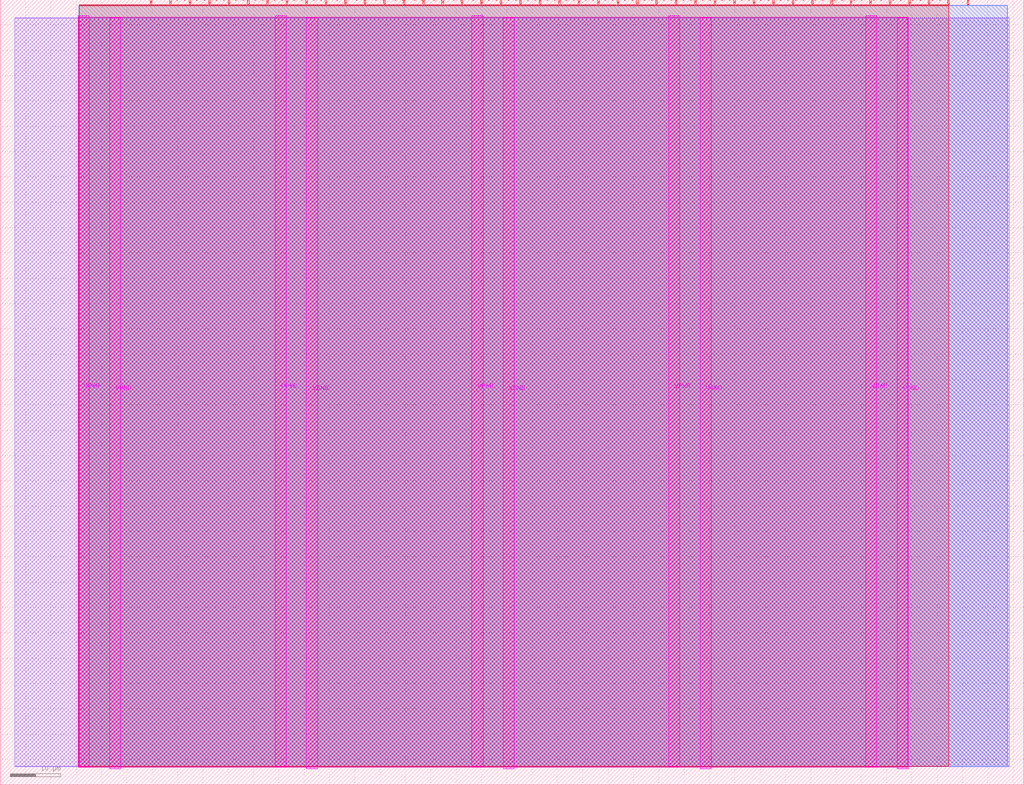
<source format=lef>
VERSION 5.7 ;
  NOWIREEXTENSIONATPIN ON ;
  DIVIDERCHAR "/" ;
  BUSBITCHARS "[]" ;
MACRO tt_um_wokwi_456574262189506561
  CLASS BLOCK ;
  FOREIGN tt_um_wokwi_456574262189506561 ;
  ORIGIN 0.000 0.000 ;
  SIZE 202.080 BY 154.980 ;
  PIN VGND
    DIRECTION INOUT ;
    USE GROUND ;
    PORT
      LAYER TopMetal1 ;
        RECT 21.580 3.150 23.780 151.420 ;
    END
    PORT
      LAYER TopMetal1 ;
        RECT 60.450 3.150 62.650 151.420 ;
    END
    PORT
      LAYER TopMetal1 ;
        RECT 99.320 3.150 101.520 151.420 ;
    END
    PORT
      LAYER TopMetal1 ;
        RECT 138.190 3.150 140.390 151.420 ;
    END
    PORT
      LAYER TopMetal1 ;
        RECT 177.060 3.150 179.260 151.420 ;
    END
  END VGND
  PIN VPWR
    DIRECTION INOUT ;
    USE POWER ;
    PORT
      LAYER TopMetal1 ;
        RECT 15.380 3.560 17.580 151.830 ;
    END
    PORT
      LAYER TopMetal1 ;
        RECT 54.250 3.560 56.450 151.830 ;
    END
    PORT
      LAYER TopMetal1 ;
        RECT 93.120 3.560 95.320 151.830 ;
    END
    PORT
      LAYER TopMetal1 ;
        RECT 131.990 3.560 134.190 151.830 ;
    END
    PORT
      LAYER TopMetal1 ;
        RECT 170.860 3.560 173.060 151.830 ;
    END
  END VPWR
  PIN clk
    DIRECTION INPUT ;
    USE SIGNAL ;
    ANTENNAGATEAREA 0.241800 ;
    PORT
      LAYER Metal4 ;
        RECT 187.050 153.980 187.350 154.980 ;
    END
  END clk
  PIN ena
    DIRECTION INPUT ;
    USE SIGNAL ;
    PORT
      LAYER Metal4 ;
        RECT 190.890 153.980 191.190 154.980 ;
    END
  END ena
  PIN rst_n
    DIRECTION INPUT ;
    USE SIGNAL ;
    PORT
      LAYER Metal4 ;
        RECT 183.210 153.980 183.510 154.980 ;
    END
  END rst_n
  PIN ui_in[0]
    DIRECTION INPUT ;
    USE SIGNAL ;
    ANTENNAGATEAREA 0.180700 ;
    PORT
      LAYER Metal4 ;
        RECT 179.370 153.980 179.670 154.980 ;
    END
  END ui_in[0]
  PIN ui_in[1]
    DIRECTION INPUT ;
    USE SIGNAL ;
    ANTENNAGATEAREA 0.180700 ;
    PORT
      LAYER Metal4 ;
        RECT 175.530 153.980 175.830 154.980 ;
    END
  END ui_in[1]
  PIN ui_in[2]
    DIRECTION INPUT ;
    USE SIGNAL ;
    ANTENNAGATEAREA 0.180700 ;
    PORT
      LAYER Metal4 ;
        RECT 171.690 153.980 171.990 154.980 ;
    END
  END ui_in[2]
  PIN ui_in[3]
    DIRECTION INPUT ;
    USE SIGNAL ;
    ANTENNAGATEAREA 0.180700 ;
    PORT
      LAYER Metal4 ;
        RECT 167.850 153.980 168.150 154.980 ;
    END
  END ui_in[3]
  PIN ui_in[4]
    DIRECTION INPUT ;
    USE SIGNAL ;
    PORT
      LAYER Metal4 ;
        RECT 164.010 153.980 164.310 154.980 ;
    END
  END ui_in[4]
  PIN ui_in[5]
    DIRECTION INPUT ;
    USE SIGNAL ;
    ANTENNAGATEAREA 0.180700 ;
    PORT
      LAYER Metal4 ;
        RECT 160.170 153.980 160.470 154.980 ;
    END
  END ui_in[5]
  PIN ui_in[6]
    DIRECTION INPUT ;
    USE SIGNAL ;
    ANTENNAGATEAREA 0.180700 ;
    PORT
      LAYER Metal4 ;
        RECT 156.330 153.980 156.630 154.980 ;
    END
  END ui_in[6]
  PIN ui_in[7]
    DIRECTION INPUT ;
    USE SIGNAL ;
    ANTENNAGATEAREA 0.180700 ;
    PORT
      LAYER Metal4 ;
        RECT 152.490 153.980 152.790 154.980 ;
    END
  END ui_in[7]
  PIN uio_in[0]
    DIRECTION INPUT ;
    USE SIGNAL ;
    PORT
      LAYER Metal4 ;
        RECT 148.650 153.980 148.950 154.980 ;
    END
  END uio_in[0]
  PIN uio_in[1]
    DIRECTION INPUT ;
    USE SIGNAL ;
    PORT
      LAYER Metal4 ;
        RECT 144.810 153.980 145.110 154.980 ;
    END
  END uio_in[1]
  PIN uio_in[2]
    DIRECTION INPUT ;
    USE SIGNAL ;
    PORT
      LAYER Metal4 ;
        RECT 140.970 153.980 141.270 154.980 ;
    END
  END uio_in[2]
  PIN uio_in[3]
    DIRECTION INPUT ;
    USE SIGNAL ;
    PORT
      LAYER Metal4 ;
        RECT 137.130 153.980 137.430 154.980 ;
    END
  END uio_in[3]
  PIN uio_in[4]
    DIRECTION INPUT ;
    USE SIGNAL ;
    PORT
      LAYER Metal4 ;
        RECT 133.290 153.980 133.590 154.980 ;
    END
  END uio_in[4]
  PIN uio_in[5]
    DIRECTION INPUT ;
    USE SIGNAL ;
    PORT
      LAYER Metal4 ;
        RECT 129.450 153.980 129.750 154.980 ;
    END
  END uio_in[5]
  PIN uio_in[6]
    DIRECTION INPUT ;
    USE SIGNAL ;
    PORT
      LAYER Metal4 ;
        RECT 125.610 153.980 125.910 154.980 ;
    END
  END uio_in[6]
  PIN uio_in[7]
    DIRECTION INPUT ;
    USE SIGNAL ;
    PORT
      LAYER Metal4 ;
        RECT 121.770 153.980 122.070 154.980 ;
    END
  END uio_in[7]
  PIN uio_oe[0]
    DIRECTION OUTPUT ;
    USE SIGNAL ;
    ANTENNADIFFAREA 0.299200 ;
    PORT
      LAYER Metal4 ;
        RECT 56.490 153.980 56.790 154.980 ;
    END
  END uio_oe[0]
  PIN uio_oe[1]
    DIRECTION OUTPUT ;
    USE SIGNAL ;
    ANTENNADIFFAREA 0.299200 ;
    PORT
      LAYER Metal4 ;
        RECT 52.650 153.980 52.950 154.980 ;
    END
  END uio_oe[1]
  PIN uio_oe[2]
    DIRECTION OUTPUT ;
    USE SIGNAL ;
    ANTENNADIFFAREA 0.299200 ;
    PORT
      LAYER Metal4 ;
        RECT 48.810 153.980 49.110 154.980 ;
    END
  END uio_oe[2]
  PIN uio_oe[3]
    DIRECTION OUTPUT ;
    USE SIGNAL ;
    ANTENNADIFFAREA 0.299200 ;
    PORT
      LAYER Metal4 ;
        RECT 44.970 153.980 45.270 154.980 ;
    END
  END uio_oe[3]
  PIN uio_oe[4]
    DIRECTION OUTPUT ;
    USE SIGNAL ;
    ANTENNADIFFAREA 0.299200 ;
    PORT
      LAYER Metal4 ;
        RECT 41.130 153.980 41.430 154.980 ;
    END
  END uio_oe[4]
  PIN uio_oe[5]
    DIRECTION OUTPUT ;
    USE SIGNAL ;
    ANTENNADIFFAREA 0.299200 ;
    PORT
      LAYER Metal4 ;
        RECT 37.290 153.980 37.590 154.980 ;
    END
  END uio_oe[5]
  PIN uio_oe[6]
    DIRECTION OUTPUT ;
    USE SIGNAL ;
    ANTENNADIFFAREA 0.299200 ;
    PORT
      LAYER Metal4 ;
        RECT 33.450 153.980 33.750 154.980 ;
    END
  END uio_oe[6]
  PIN uio_oe[7]
    DIRECTION OUTPUT ;
    USE SIGNAL ;
    ANTENNADIFFAREA 0.299200 ;
    PORT
      LAYER Metal4 ;
        RECT 29.610 153.980 29.910 154.980 ;
    END
  END uio_oe[7]
  PIN uio_out[0]
    DIRECTION OUTPUT ;
    USE SIGNAL ;
    ANTENNADIFFAREA 0.299200 ;
    PORT
      LAYER Metal4 ;
        RECT 87.210 153.980 87.510 154.980 ;
    END
  END uio_out[0]
  PIN uio_out[1]
    DIRECTION OUTPUT ;
    USE SIGNAL ;
    ANTENNADIFFAREA 0.299200 ;
    PORT
      LAYER Metal4 ;
        RECT 83.370 153.980 83.670 154.980 ;
    END
  END uio_out[1]
  PIN uio_out[2]
    DIRECTION OUTPUT ;
    USE SIGNAL ;
    ANTENNADIFFAREA 0.299200 ;
    PORT
      LAYER Metal4 ;
        RECT 79.530 153.980 79.830 154.980 ;
    END
  END uio_out[2]
  PIN uio_out[3]
    DIRECTION OUTPUT ;
    USE SIGNAL ;
    ANTENNADIFFAREA 0.299200 ;
    PORT
      LAYER Metal4 ;
        RECT 75.690 153.980 75.990 154.980 ;
    END
  END uio_out[3]
  PIN uio_out[4]
    DIRECTION OUTPUT ;
    USE SIGNAL ;
    ANTENNADIFFAREA 0.299200 ;
    PORT
      LAYER Metal4 ;
        RECT 71.850 153.980 72.150 154.980 ;
    END
  END uio_out[4]
  PIN uio_out[5]
    DIRECTION OUTPUT ;
    USE SIGNAL ;
    ANTENNADIFFAREA 0.299200 ;
    PORT
      LAYER Metal4 ;
        RECT 68.010 153.980 68.310 154.980 ;
    END
  END uio_out[5]
  PIN uio_out[6]
    DIRECTION OUTPUT ;
    USE SIGNAL ;
    ANTENNADIFFAREA 0.299200 ;
    PORT
      LAYER Metal4 ;
        RECT 64.170 153.980 64.470 154.980 ;
    END
  END uio_out[6]
  PIN uio_out[7]
    DIRECTION OUTPUT ;
    USE SIGNAL ;
    ANTENNADIFFAREA 0.299200 ;
    PORT
      LAYER Metal4 ;
        RECT 60.330 153.980 60.630 154.980 ;
    END
  END uio_out[7]
  PIN uo_out[0]
    DIRECTION OUTPUT ;
    USE SIGNAL ;
    ANTENNADIFFAREA 0.708600 ;
    PORT
      LAYER Metal4 ;
        RECT 117.930 153.980 118.230 154.980 ;
    END
  END uo_out[0]
  PIN uo_out[1]
    DIRECTION OUTPUT ;
    USE SIGNAL ;
    ANTENNADIFFAREA 0.708600 ;
    PORT
      LAYER Metal4 ;
        RECT 114.090 153.980 114.390 154.980 ;
    END
  END uo_out[1]
  PIN uo_out[2]
    DIRECTION OUTPUT ;
    USE SIGNAL ;
    ANTENNADIFFAREA 0.708600 ;
    PORT
      LAYER Metal4 ;
        RECT 110.250 153.980 110.550 154.980 ;
    END
  END uo_out[2]
  PIN uo_out[3]
    DIRECTION OUTPUT ;
    USE SIGNAL ;
    ANTENNADIFFAREA 0.708600 ;
    PORT
      LAYER Metal4 ;
        RECT 106.410 153.980 106.710 154.980 ;
    END
  END uo_out[3]
  PIN uo_out[4]
    DIRECTION OUTPUT ;
    USE SIGNAL ;
    ANTENNADIFFAREA 0.299200 ;
    PORT
      LAYER Metal4 ;
        RECT 102.570 153.980 102.870 154.980 ;
    END
  END uo_out[4]
  PIN uo_out[5]
    DIRECTION OUTPUT ;
    USE SIGNAL ;
    ANTENNADIFFAREA 0.708600 ;
    PORT
      LAYER Metal4 ;
        RECT 98.730 153.980 99.030 154.980 ;
    END
  END uo_out[5]
  PIN uo_out[6]
    DIRECTION OUTPUT ;
    USE SIGNAL ;
    ANTENNADIFFAREA 0.708600 ;
    PORT
      LAYER Metal4 ;
        RECT 94.890 153.980 95.190 154.980 ;
    END
  END uo_out[6]
  PIN uo_out[7]
    DIRECTION OUTPUT ;
    USE SIGNAL ;
    ANTENNADIFFAREA 0.708600 ;
    PORT
      LAYER Metal4 ;
        RECT 91.050 153.980 91.350 154.980 ;
    END
  END uo_out[7]
  OBS
      LAYER GatPoly ;
        RECT 2.880 3.630 199.200 151.350 ;
      LAYER Metal1 ;
        RECT 2.880 3.560 199.200 151.420 ;
      LAYER Metal2 ;
        RECT 15.560 3.635 198.825 153.865 ;
      LAYER Metal3 ;
        RECT 15.515 3.680 198.865 153.825 ;
      LAYER Metal4 ;
        RECT 15.560 153.770 29.400 153.980 ;
        RECT 30.120 153.770 33.240 153.980 ;
        RECT 33.960 153.770 37.080 153.980 ;
        RECT 37.800 153.770 40.920 153.980 ;
        RECT 41.640 153.770 44.760 153.980 ;
        RECT 45.480 153.770 48.600 153.980 ;
        RECT 49.320 153.770 52.440 153.980 ;
        RECT 53.160 153.770 56.280 153.980 ;
        RECT 57.000 153.770 60.120 153.980 ;
        RECT 60.840 153.770 63.960 153.980 ;
        RECT 64.680 153.770 67.800 153.980 ;
        RECT 68.520 153.770 71.640 153.980 ;
        RECT 72.360 153.770 75.480 153.980 ;
        RECT 76.200 153.770 79.320 153.980 ;
        RECT 80.040 153.770 83.160 153.980 ;
        RECT 83.880 153.770 87.000 153.980 ;
        RECT 87.720 153.770 90.840 153.980 ;
        RECT 91.560 153.770 94.680 153.980 ;
        RECT 95.400 153.770 98.520 153.980 ;
        RECT 99.240 153.770 102.360 153.980 ;
        RECT 103.080 153.770 106.200 153.980 ;
        RECT 106.920 153.770 110.040 153.980 ;
        RECT 110.760 153.770 113.880 153.980 ;
        RECT 114.600 153.770 117.720 153.980 ;
        RECT 118.440 153.770 121.560 153.980 ;
        RECT 122.280 153.770 125.400 153.980 ;
        RECT 126.120 153.770 129.240 153.980 ;
        RECT 129.960 153.770 133.080 153.980 ;
        RECT 133.800 153.770 136.920 153.980 ;
        RECT 137.640 153.770 140.760 153.980 ;
        RECT 141.480 153.770 144.600 153.980 ;
        RECT 145.320 153.770 148.440 153.980 ;
        RECT 149.160 153.770 152.280 153.980 ;
        RECT 153.000 153.770 156.120 153.980 ;
        RECT 156.840 153.770 159.960 153.980 ;
        RECT 160.680 153.770 163.800 153.980 ;
        RECT 164.520 153.770 167.640 153.980 ;
        RECT 168.360 153.770 171.480 153.980 ;
        RECT 172.200 153.770 175.320 153.980 ;
        RECT 176.040 153.770 179.160 153.980 ;
        RECT 179.880 153.770 183.000 153.980 ;
        RECT 183.720 153.770 186.840 153.980 ;
        RECT 15.560 3.635 187.300 153.770 ;
      LAYER Metal5 ;
        RECT 15.515 3.470 179.125 151.510 ;
  END
END tt_um_wokwi_456574262189506561
END LIBRARY


</source>
